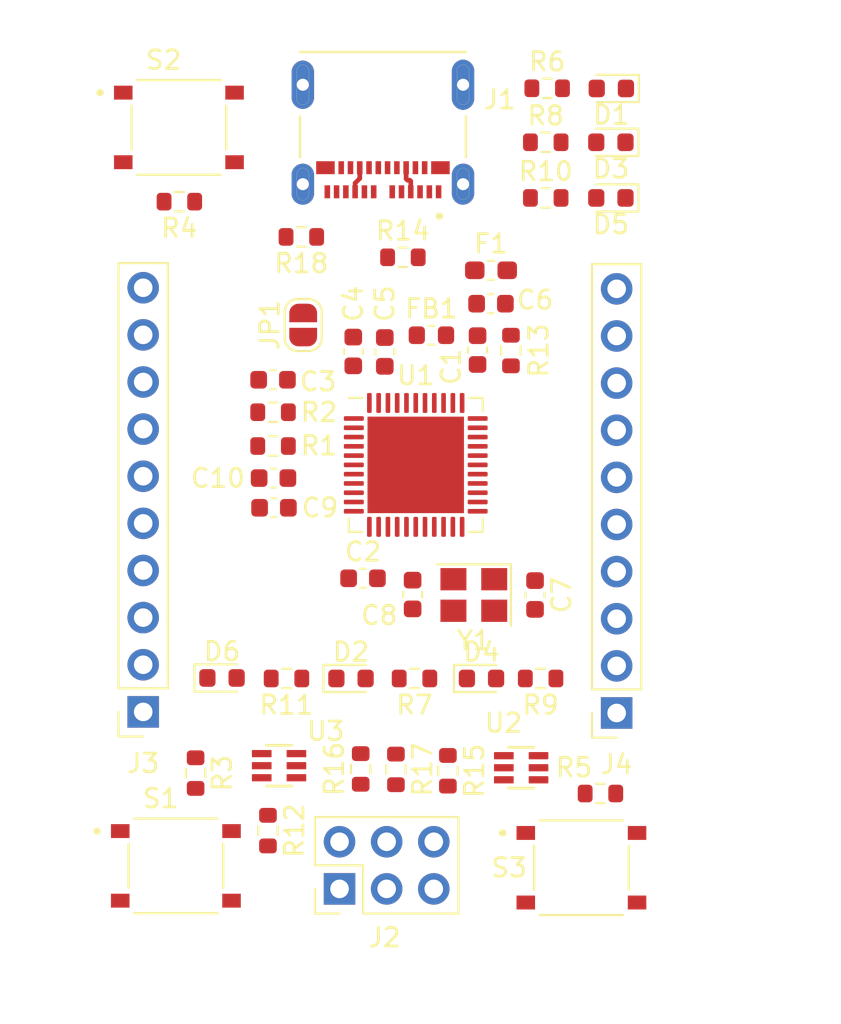
<source format=kicad_pcb>
(kicad_pcb (version 20211014) (generator pcbnew)
  (layers (0 "F.Cu" signal) (31 "B.Cu" signal) (34 "B.Paste" user) (35 "F.Paste" user) (36 "B.SilkS" user "B.Silkscreen") (37 "F.SilkS" user "F.Silkscreen") (38 "B.Mask" user) (39 "F.Mask" user) (44 "Edge.Cuts" user))
  (net 0 "")
  (net 1 "+5V")
  (net 2 "GND")
  (net 3 "+5VA")
  (net 4 "/HSE_IN")
  (net 5 "/HSE_OUT")
  (net 6 "Net-(C10-Pad1)")
  (net 7 "/TXLED")
  (net 8 "Net-(D1-Pad2)")
  (net 9 "Net-(D2-Pad2)")
  (net 10 "/RXLED")
  (net 11 "Net-(D3-Pad2)")
  (net 12 "Net-(D4-Pad2)")
  (net 13 "Net-(D5-Pad2)")
  (net 14 "Net-(D6-Pad2)")
  (net 15 "/USB_VBUS")
  (net 18 "/CC1")
  (net 19 "/USB_D+")
  (net 20 "/USB_D-")
  (net 26 "/CC2")
  (net 30 "Net-(J2-Pad1)")
  (net 31 "Net-(J2-Pad3)")
  (net 32 "Net-(J2-Pad4)")
  (net 33 "Net-(J2-Pad5)")
  (net 34 "/IO10")
  (net 35 "/IO11")
  (net 36 "/IO12")
  (net 37 "/IO13")
  (net 38 "/A5")
  (net 39 "/A4")
  (net 40 "/A3")
  (net 41 "/A2")
  (net 42 "/A1")
  (net 43 "/A0")
  (net 44 "/D0 {slash} RX")
  (net 45 "/D1 {slash} TX")
  (net 46 "/D2 {slash} SDA")
  (net 47 "/D3 {slash} SCL")
  (net 48 "/D4")
  (net 49 "/D5")
  (net 50 "/D6")
  (net 51 "/D7")
  (net 52 "/IO8")
  (net 53 "/IO9")
  (net 54 "/AREF")
  (net 55 "/D+")
  (net 56 "/D-")
  (net 57 "/NRESET")
  (net 58 "/MISO")
  (net 59 "/HWB")
  (net 60 "/SCK")
  (net 61 "/MOSI")
  (footprint "Rampado_Master:SW_TS-1187A-B-A-B" (layer "F.Cu") (at 83.1 128.9)
    (fp_text reference "S3")
    (fp_text value "TS-1187A-B-A-B")
  )
  (footprint "Resistor_SMD:R_0603_1608Metric" (layer "F.Cu") (at 62.3 123.8 -90)
    (fp_text reference "R3")
    (fp_text value "10k")
  )
  (footprint "Resistor_SMD:R_0603_1608Metric" (layer "F.Cu") (at 68 94.9 180)
    (fp_text reference "R18")
    (fp_text value "5.1k")
  )
  (footprint "Jumper:SolderJumper-2_P1.3mm_Open_RoundedPad1.0x1.5mm" (layer "F.Cu") (at 68.1 99.65 90)
    (fp_text reference "JP1")
    (fp_text value "Jumper_2_Open")
  )
  (footprint "Capacitor_SMD:C_0603_1608Metric" (layer "F.Cu") (at 70.8 101.075 90)
    (fp_text reference "C4")
    (fp_text value "10n")
  )
  (footprint "Crystal:Crystal_SMD_3225-4Pin_3.2x2.5mm" (layer "F.Cu") (at 77.3 114.2 180)
    (fp_text reference "Y1")
    (fp_text value "16MHz")
  )
  (footprint "Resistor_SMD:R_0603_1608Metric" (layer "F.Cu") (at 81.175 92.8)
    (fp_text reference "R10")
    (fp_text value "1k")
  )
  (footprint "Connector_PinHeader_2.54mm:PinHeader_2x03_P2.54mm_Vertical" (layer "F.Cu") (at 70.06 130.04 90)
    (fp_text reference "J2")
    (fp_text value "Conn_02x03_Odd_Even")
  )
  (footprint "Package_DFN_QFN:QFN-44-1EP_7x7mm_P0.5mm_EP5.2x5.2mm" (layer "F.Cu") (at 74.168 107.188)
    (fp_text reference "U1")
    (fp_text value "ATmega32U4-M")
  )
  (footprint "Resistor_SMD:R_0603_1608Metric" (layer "F.Cu") (at 66.475 106.172)
    (fp_text reference "R1")
    (fp_text value "22")
  )
  (footprint "Rampado_Master:SW_TS-1187A-B-A-B" (layer "F.Cu") (at 61.2375 128.8)
    (fp_text reference "S1")
    (fp_text value "TS-1187A-B-A-B")
  )
  (footprint "Capacitor_SMD:C_0603_1608Metric" (layer "F.Cu") (at 74 114.175 90)
    (fp_text reference "C8")
    (fp_text value "22u")
  )
  (footprint "Resistor_SMD:R_0603_1608Metric" (layer "F.Cu") (at 71.2 123.575 90)
    (fp_text reference "R16")
    (fp_text value "22")
  )
  (footprint "Resistor_SMD:R_0603_1608Metric" (layer "F.Cu") (at 67.2 118.7 180)
    (fp_text reference "R11")
    (fp_text value "1k")
  )
  (footprint "Resistor_SMD:R_0603_1608Metric" (layer "F.Cu") (at 84.125 124.9 180)
    (fp_text reference "R5")
    (fp_text value "10k")
  )
  (footprint "LED_SMD:LED_0603_1608Metric" (layer "F.Cu") (at 63.7235 118.672)
    (fp_text reference "D6")
    (fp_text value "WHITE")
  )
  (footprint "Capacitor_SMD:C_0603_1608Metric" (layer "F.Cu") (at 66.475 102.6 180)
    (fp_text reference "C3")
    (fp_text value "100n")
  )
  (footprint "Resistor_SMD:R_0603_1608Metric" (layer "F.Cu") (at 66.475 104.35)
    (fp_text reference "R2")
    (fp_text value "22")
  )
  (footprint "Resistor_SMD:R_0603_1608Metric" (layer "F.Cu") (at 81.175 89.8)
    (fp_text reference "R8")
    (fp_text value "1k")
  )
  (footprint "Capacitor_SMD:C_0603_1608Metric" (layer "F.Cu") (at 77.5 101 90)
    (fp_text reference "C1")
    (fp_text value "1u")
  )
  (footprint "Rampado_Master:MOLEX_105450-0101" (layer "F.Cu") (at 72.4 88.7 180)
    (fp_text reference "J1")
    (fp_text value "105450-0101")
    (fp_line (start -3.995 1.225) (end -3.995 2.775) (layer "Edge.Cuts") (width 0.01))
    (fp_line (start 3.995 2.775) (end 3.995 1.225) (layer "Edge.Cuts") (width 0.01))
    (fp_line (start -3.995 -3.885) (end -3.995 -2.835) (layer "Edge.Cuts") (width 0.01))
    (fp_line (start 4.645 -3.885) (end 4.645 -2.835) (layer "Edge.Cuts") (width 0.01))
    (fp_line (start -4.645 2.775) (end -4.645 1.225) (layer "Edge.Cuts") (width 0.01))
    (fp_line (start 3.995 -2.835) (end 3.995 -3.885) (layer "Edge.Cuts") (width 0.01))
    (fp_line (start 4.645 1.225) (end 4.645 2.775) (layer "Edge.Cuts") (width 0.01))
    (fp_line (start -4.645 -2.835) (end -4.645 -3.885) (layer "Edge.Cuts") (width 0.01))
    (fp_arc (start -4.32 3.075) (mid -4.544632 2.99231) (end -4.645 2.775) (layer "Edge.Cuts") (width 0.01))
    (fp_arc (start 3.995 1.225) (mid 4.095368 1.00769) (end 4.32 0.925) (layer "Edge.Cuts") (width 0.01))
    (fp_arc (start -4.645 -3.885) (mid -4.544632 -4.10231) (end -4.32 -4.185) (layer "Edge.Cuts") (width 0.01))
    (fp_arc (start 4.32 0.925) (mid 4.544632 1.00769) (end 4.645 1.225) (layer "Edge.Cuts") (width 0.01))
    (fp_arc (start 4.645 2.775) (mid 4.544632 2.99231) (end 4.32 3.075) (layer "Edge.Cuts") (width 0.01))
    (fp_arc (start 4.645 -2.835) (mid 4.554987 -2.59269) (end 4.32 -2.485) (layer "Edge.Cuts") (width 0.01))
    (fp_arc (start -4.32 -2.485) (mid -4.554987 -2.59269) (end -4.645 -2.835) (layer "Edge.Cuts") (width 0.01))
    (fp_arc (start -3.995 -2.835) (mid -4.085013 -2.59269) (end -4.32 -2.485) (layer "Edge.Cuts") (width 0.01))
    (fp_arc (start -4.645 1.225) (mid -4.544632 1.00769) (end -4.32 0.925) (layer "Edge.Cuts") (width 0.01))
    (fp_arc (start 3.995 -3.885) (mid 4.085013 -4.12731) (end 4.32 -4.235) (layer "Edge.Cuts") (width 0.01))
    (fp_arc (start -3.995 2.775) (mid -4.095368 2.99231) (end -4.32 3.075) (layer "Edge.Cuts") (width 0.01))
    (fp_arc (start 4.32 -2.485) (mid 4.085013 -2.59269) (end 3.995 -2.835) (layer "Edge.Cuts") (width 0.01))
    (fp_arc (start 4.32 -4.235) (mid 4.554987 -4.12731) (end 4.645 -3.885) (layer "Edge.Cuts") (width 0.01))
    (fp_arc (start -4.32 0.925) (mid -4.095368 1.00769) (end -3.995 1.225) (layer "Edge.Cuts") (width 0.01))
    (fp_arc (start -4.32 -4.185) (mid -4.095368 -4.10231) (end -3.995 -3.885) (layer "Edge.Cuts") (width 0.01))
    (fp_arc (start 4.32 3.075) (mid 4.095368 2.99231) (end 3.995 2.775) (layer "Edge.Cuts") (width 0.01))
  )
  (footprint "Capacitor_SMD:C_0603_1608Metric" (layer "F.Cu") (at 66.525 109.5)
    (fp_text reference "C9")
    (fp_text value "22u")
  )
  (footprint "Resistor_SMD:R_0603_1608Metric" (layer "F.Cu") (at 80.9 118.7 180)
    (fp_text reference "R9")
    (fp_text value "1k")
  )
  (footprint "LED_SMD:LED_0603_1608Metric" (layer "F.Cu") (at 77.7125 118.7)
    (fp_text reference "D4")
    (fp_text value "RED")
  )
  (footprint "Resistor_SMD:R_0603_1608Metric" (layer "F.Cu") (at 79.3 101.025 90)
    (fp_text reference "R13")
    (fp_text value "10k")
  )
  (footprint "LED_SMD:LED_0603_1608Metric" (layer "F.Cu") (at 70.6775 118.7)
    (fp_text reference "D2")
    (fp_text value "BLUE")
  )
  (footprint "LED_SMD:LED_0603_1608Metric" (layer "F.Cu") (at 84.6875 92.8 180)
    (fp_text reference "D5")
    (fp_text value "GREEN")
  )
  (footprint "Resistor_SMD:R_0603_1608Metric" (layer "F.Cu") (at 73.1 123.6 -90)
    (fp_text reference "R17")
    (fp_text value "22")
  )
  (footprint "Resistor_SMD:R_0603_1608Metric" (layer "F.Cu") (at 74.1 118.7 180)
    (fp_text reference "R7")
    (fp_text value "1k")
  )
  (footprint "Rampado_Master:SOT65P210X110-6N" (layer "F.Cu") (at 66.8 123.4)
    (fp_text reference "U3")
    (fp_text value "SMF05CT1G")
  )
  (footprint "Connector_PinSocket_2.54mm:PinSocket_1x10_P2.54mm_Vertical" (layer "F.Cu") (at 59.475 120.5 180)
    (fp_text reference "J3")
    (fp_text value "Conn_01x10_Female")
  )
  (footprint "Fuse:Fuse_0603_1608Metric_Pad1.05x0.95mm_HandSolder" (layer "F.Cu") (at 78.225 96.7)
    (fp_text reference "F1")
    (fp_text value "6V 500mA")
  )
  (footprint "Rampado_Master:SW_TS-1187A-B-A-B" (layer "F.Cu") (at 61.4 89)
    (fp_text reference "S2")
    (fp_text value "TS-1187A-B-A-B")
  )
  (footprint "Resistor_SMD:R_0603_1608Metric" (layer "F.Cu") (at 66.2 126.9 -90)
    (fp_text reference "R12")
    (fp_text value "22")
  )
  (footprint "Capacitor_SMD:C_0603_1608Metric" (layer "F.Cu") (at 66.5 107.9 180)
    (fp_text reference "C10")
    (fp_text value "1u")
  )
  (footprint "Capacitor_SMD:C_0603_1608Metric" (layer "F.Cu") (at 80.6 114.2 -90)
    (fp_text reference "C7")
    (fp_text value "22u")
  )
  (footprint "Capacitor_SMD:C_0603_1608Metric" (layer "F.Cu") (at 71.325 113.3)
    (fp_text reference "C2")
    (fp_text value "100n")
  )
  (footprint "Resistor_SMD:R_0603_1608Metric" (layer "F.Cu") (at 81.2535 86.89)
    (fp_text reference "R6")
    (fp_text value "1k")
  )
  (footprint "Rampado_Master:SOT65P210X110-6N" (layer "F.Cu") (at 79.852 123.511)
    (fp_text reference "U2")
    (fp_text value "SMF05CT1G")
  )
  (footprint "Inductor_SMD:L_0603_1608Metric" (layer "F.Cu") (at 75.0125 100.2)
    (fp_text reference "FB1")
    (fp_text value "120R @ 100 MHz")
  )
  (footprint "Capacitor_SMD:C_0603_1608Metric" (layer "F.Cu") (at 72.5 101.1 90)
    (fp_text reference "C5")
    (fp_text value "1u")
  )
  (footprint "Resistor_SMD:R_0603_1608Metric" (layer "F.Cu") (at 73.475 96)
    (fp_text reference "R14")
    (fp_text value "5.1k")
  )
  (footprint "LED_SMD:LED_0603_1608Metric" (layer "F.Cu") (at 84.7125 86.9 180)
    (fp_text reference "D1")
    (fp_text value "YELLOW")
  )
  (footprint "LED_SMD:LED_0603_1608Metric" (layer "F.Cu") (at 84.6875 89.8 180)
    (fp_text reference "D3")
    (fp_text value "YELLOW")
  )
  (footprint "Capacitor_SMD:C_0603_1608Metric" (layer "F.Cu") (at 78.225 98.5)
    (fp_text reference "C6")
    (fp_text value "1u")
  )
  (footprint "Resistor_SMD:R_0603_1608Metric" (layer "F.Cu") (at 75.9 123.675 -90)
    (fp_text reference "R15")
    (fp_text value "22")
  )
  (footprint "Connector_PinSocket_2.54mm:PinSocket_1x10_P2.54mm_Vertical" (layer "F.Cu") (at 85 120.56 180)
    (fp_text reference "J4")
    (fp_text value "Conn_01x10_Female")
  )
  (footprint "Resistor_SMD:R_0603_1608Metric" (layer "F.Cu") (at 61.425 93 180)
    (fp_text reference "R4")
    (fp_text value "10k")
  )
  (segment (start 73.65 91.17) (end 73.65 91.77) (width 0.25) (layer "F.Cu") (net 15))
  (segment (start 71.15 91.75) (end 70.9 92) (width 0.25) (layer "F.Cu") (net 15))
  (segment (start 73.725 91.845) (end 73.845 91.845) (width 0.25) (layer "F.Cu") (net 15))
  (segment (start 73.845 91.845) (end 73.9 91.9) (width 0.25) (layer "F.Cu") (net 15))
  (segment (start 71.15 91.17) (end 71.15 91.75) (width 0.25) (layer "F.Cu") (net 15))
  (segment (start 73.9 91.9) (end 73.9 92.47) (width 0.25) (layer "F.Cu") (net 15))
  (segment (start 70.9 92) (end 70.9 92.47) (width 0.25) (layer "F.Cu") (net 15))
  (segment (start 73.65 91.77) (end 73.725 91.845) (width 0.25) (layer "F.Cu") (net 15))
)
</source>
